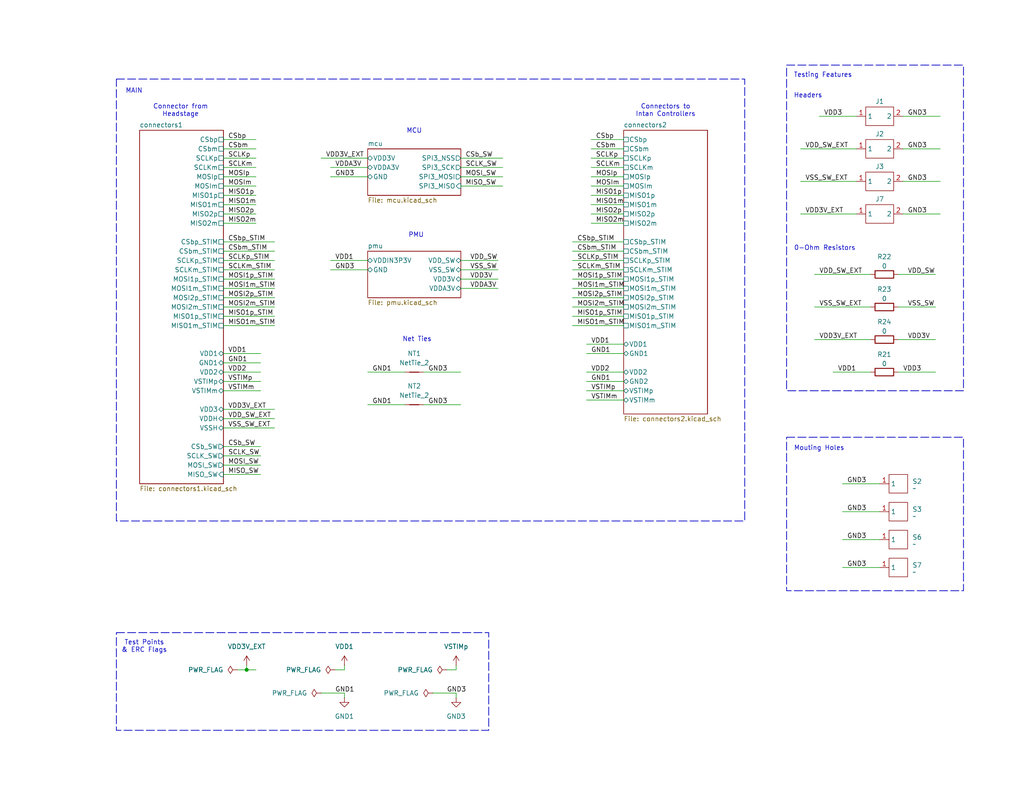
<source format=kicad_sch>
(kicad_sch (version 20231120) (generator "eeschema") (generator_version "8.0")
  (paper "USLetter")
  (title_block (title "HS-128S-Adapter") (date "7/26/2024") (rev "1.0.0") (company "OpenIC"))
  (lib_symbols
    (symbol "Device:NetTie_2" (pin_numbers hide) (pin_names (offset 0) hide) (in_bom no)
      (property "Reference" "NT" (at 0 1.27 0))
      (property "Value" "NetTie_2" (at 0 -1.27 0))
      (symbol "NetTie_2_0_1"
        (polyline (pts (xy -1.27 0) (xy 1.27 0)) (stroke (width 0.254)))
      )
      (symbol "NetTie_2_1_1"
        (pin passive line (at -2.54 0 0) (length 2.54) (name "1") (number "1"))
        (pin passive line (at 2.54 0 180) (length 2.54) (name "2") (number "2"))
      )
    )
    (symbol "Device:R" (pin_numbers hide) (pin_names (offset 0))
      (property "Reference" "R" (at 2.032 0 90))
      (property "Value" "R" (at 0 0 90))
      (symbol "R_0_1"
        (rectangle (start -1.016 -2.54) (end 1.016 2.54) (stroke (width 0.254)))
      )
      (symbol "R_1_1"
        (pin passive line (at 0 3.81 270) (length 1.27) (name "~") (number "1"))
        (pin passive line (at 0 -3.81 90) (length 1.27) (name "~") (number "2"))
      )
    )
    (symbol "openic:Header-Low-Profile-Male-2_2x1_P0.1in"
      (property "Reference" "J" (at -2.54 3.81 0))
      (symbol "Header-Low-Profile-Male-2_2x1_P0.1in_0_1"
        (rectangle (start -3.81 2.54) (end 3.81 -2.54))
      )
      (symbol "Header-Low-Profile-Male-2_2x1_P0.1in_1_1"
        (pin passive line (at -6.35 0 0) (length 2.54) (name "1") (number "1"))
        (pin passive line (at 6.35 0 180) (length 2.54) (name "2") (number "2"))
      )
    )
    (symbol "openic:MOUNTING_HOLE-PAD-0.1IN"
      (property "Reference" "S" (at -1.27 3.81 0))
      (symbol "MOUNTING_HOLE-PAD-0.1IN_0_1"
        (rectangle (start -2.54 2.54) (end 2.54 -2.54))
      )
      (symbol "MOUNTING_HOLE-PAD-0.1IN_1_1"
        (pin passive line (at -5.08 0 0) (length 2.54) (name "1") (number "1"))
      )
    )
    (symbol "power:GND" (power) (pin_numbers hide) (pin_names (offset 0) hide)
      (property "Value" "GND" (at 0 -3.81 0))
      (symbol "GND_0_1"
        (polyline (pts (xy 0 0) (xy 0 -1.27) (xy 1.27 -1.27) (xy 0 -2.54) (xy -1.27 -1.27) (xy 0 -1.27)))
      )
      (symbol "GND_1_1"
        (pin power_in line (at 0 0 270) (length 0) (name "~") (number "1"))
      )
    )
    (symbol "power:PWR_FLAG" (power) (pin_numbers hide) (pin_names (offset 0) hide)
      (property "Value" "PWR_FLAG" (at 0 3.81 0))
      (symbol "PWR_FLAG_0_0"
        (pin power_out line (at 0 0 90) (length 0) (name "~") (number "1"))
      )
      (symbol "PWR_FLAG_0_1"
        (polyline (pts (xy 0 0) (xy 0 1.27) (xy -1.016 1.905) (xy 0 2.54) (xy 1.016 1.905) (xy 0 1.27)))
      )
    )
    (symbol "power:VCC" (power) (pin_numbers hide) (pin_names (offset 0) hide)
      (property "Value" "VCC" (at 0 3.556 0))
      (symbol "VCC_0_1"
        (polyline (pts (xy -0.762 1.27) (xy 0 2.54)))
        (polyline (pts (xy 0 0) (xy 0 2.54)))
        (polyline (pts (xy 0 2.54) (xy 0.762 1.27)))
      )
      (symbol "VCC_1_1"
        (pin power_in line (at 0 0 90) (length 0) (name "~") (number "1"))
      )
    )
  )
  (junction (at 67.31 182.88))
  (wire (pts (xy 161.29 60.96) (xy 170.18 60.96)))
  (wire (pts (xy 160.02 93.98) (xy 170.18 93.98)))
  (wire (pts (xy 60.96 111.76) (xy 74.93 111.76)))
  (wire (pts (xy 222.25 74.93) (xy 237.49 74.93)))
  (wire (pts (xy 245.11 101.6) (xy 255.27 101.6)))
  (wire (pts (xy 60.96 99.06) (xy 71.12 99.06)))
  (wire (pts (xy 60.96 45.72) (xy 69.85 45.72)))
  (wire (pts (xy 222.25 83.82) (xy 237.49 83.82)))
  (wire (pts (xy 60.96 60.96) (xy 69.85 60.96)))
  (wire (pts (xy 87.63 189.23) (xy 93.98 189.23)))
  (wire (pts (xy 60.96 81.28) (xy 74.93 81.28)))
  (wire (pts (xy 60.96 40.64) (xy 69.85 40.64)))
  (wire (pts (xy 229.87 132.08) (xy 240.03 132.08)))
  (wire (pts (xy 60.96 50.8) (xy 69.85 50.8)))
  (wire (pts (xy 60.96 66.04) (xy 74.93 66.04)))
  (wire (pts (xy 161.29 48.26) (xy 170.18 48.26)))
  (wire (pts (xy 246.38 58.42) (xy 256.54 58.42)))
  (wire (pts (xy 60.96 78.74) (xy 74.93 78.74)))
  (wire (pts (xy 67.31 181.61) (xy 67.31 182.88)))
  (wire (pts (xy 93.98 189.23) (xy 93.98 190.5)))
  (wire (pts (xy 60.96 73.66) (xy 74.93 73.66)))
  (wire (pts (xy 246.38 49.53) (xy 256.54 49.53)))
  (wire (pts (xy 124.46 181.61) (xy 124.46 182.88)))
  (wire (pts (xy 227.33 101.6) (xy 237.49 101.6)))
  (wire (pts (xy 156.21 78.74) (xy 170.18 78.74)))
  (wire (pts (xy 223.52 31.75) (xy 233.68 31.75)))
  (wire (pts (xy 90.17 48.26) (xy 100.33 48.26)))
  (wire (pts (xy 160.02 96.52) (xy 170.18 96.52)))
  (wire (pts (xy 245.11 83.82) (xy 255.27 83.82)))
  (wire (pts (xy 125.73 78.74) (xy 135.89 78.74)))
  (wire (pts (xy 160.02 106.68) (xy 170.18 106.68)))
  (wire (pts (xy 60.96 106.68) (xy 71.12 106.68)))
  (wire (pts (xy 60.96 129.54) (xy 71.12 129.54)))
  (wire (pts (xy 60.96 101.6) (xy 71.12 101.6)))
  (wire (pts (xy 125.73 50.8) (xy 137.16 50.8)))
  (wire (pts (xy 60.96 88.9) (xy 74.93 88.9)))
  (wire (pts (xy 156.21 73.66) (xy 170.18 73.66)))
  (wire (pts (xy 218.44 49.53) (xy 233.68 49.53)))
  (wire (pts (xy 160.02 101.6) (xy 170.18 101.6)))
  (wire (pts (xy 87.63 43.18) (xy 100.33 43.18)))
  (wire (pts (xy 161.29 58.42) (xy 170.18 58.42)))
  (wire (pts (xy 156.21 83.82) (xy 170.18 83.82)))
  (wire (pts (xy 161.29 55.88) (xy 170.18 55.88)))
  (wire (pts (xy 246.38 31.75) (xy 256.54 31.75)))
  (wire (pts (xy 245.11 74.93) (xy 255.27 74.93)))
  (wire (pts (xy 125.73 43.18) (xy 137.16 43.18)))
  (wire (pts (xy 60.96 83.82) (xy 74.93 83.82)))
  (wire (pts (xy 222.25 92.71) (xy 237.49 92.71)))
  (wire (pts (xy 156.21 76.2) (xy 170.18 76.2)))
  (wire (pts (xy 100.33 101.6) (xy 110.49 101.6)))
  (wire (pts (xy 161.29 53.34) (xy 170.18 53.34)))
  (wire (pts (xy 60.96 48.26) (xy 69.85 48.26)))
  (wire (pts (xy 156.21 68.58) (xy 170.18 68.58)))
  (wire (pts (xy 218.44 58.42) (xy 233.68 58.42)))
  (wire (pts (xy 91.44 182.88) (xy 93.98 182.88)))
  (wire (pts (xy 125.73 48.26) (xy 137.16 48.26)))
  (wire (pts (xy 229.87 139.7) (xy 240.03 139.7)))
  (wire (pts (xy 60.96 86.36) (xy 74.93 86.36)))
  (wire (pts (xy 125.73 45.72) (xy 137.16 45.72)))
  (wire (pts (xy 100.33 110.49) (xy 110.49 110.49)))
  (wire (pts (xy 156.21 86.36) (xy 170.18 86.36)))
  (wire (pts (xy 90.17 73.66) (xy 100.33 73.66)))
  (wire (pts (xy 160.02 104.14) (xy 170.18 104.14)))
  (wire (pts (xy 60.96 104.14) (xy 71.12 104.14)))
  (wire (pts (xy 161.29 45.72) (xy 170.18 45.72)))
  (wire (pts (xy 125.73 76.2) (xy 135.89 76.2)))
  (wire (pts (xy 60.96 55.88) (xy 69.85 55.88)))
  (wire (pts (xy 60.96 121.92) (xy 71.12 121.92)))
  (wire (pts (xy 60.96 68.58) (xy 74.93 68.58)))
  (wire (pts (xy 67.31 182.88) (xy 69.85 182.88)))
  (wire (pts (xy 60.96 58.42) (xy 69.85 58.42)))
  (wire (pts (xy 115.57 101.6) (xy 125.73 101.6)))
  (wire (pts (xy 229.87 147.32) (xy 240.03 147.32)))
  (wire (pts (xy 60.96 116.84) (xy 74.93 116.84)))
  (wire (pts (xy 161.29 43.18) (xy 170.18 43.18)))
  (wire (pts (xy 156.21 71.12) (xy 170.18 71.12)))
  (wire (pts (xy 229.87 154.94) (xy 240.03 154.94)))
  (wire (pts (xy 60.96 43.18) (xy 69.85 43.18)))
  (wire (pts (xy 60.96 96.52) (xy 71.12 96.52)))
  (wire (pts (xy 161.29 50.8) (xy 170.18 50.8)))
  (wire (pts (xy 125.73 73.66) (xy 135.89 73.66)))
  (wire (pts (xy 60.96 127) (xy 71.12 127)))
  (wire (pts (xy 90.17 45.72) (xy 100.33 45.72)))
  (wire (pts (xy 118.11 189.23) (xy 124.46 189.23)))
  (wire (pts (xy 125.73 71.12) (xy 135.89 71.12)))
  (wire (pts (xy 90.17 71.12) (xy 100.33 71.12)))
  (wire (pts (xy 60.96 76.2) (xy 74.93 76.2)))
  (wire (pts (xy 64.77 182.88) (xy 67.31 182.88)))
  (wire (pts (xy 156.21 88.9) (xy 170.18 88.9)))
  (wire (pts (xy 121.92 182.88) (xy 124.46 182.88)))
  (wire (pts (xy 161.29 38.1) (xy 170.18 38.1)))
  (wire (pts (xy 60.96 124.46) (xy 71.12 124.46)))
  (wire (pts (xy 245.11 92.71) (xy 255.27 92.71)))
  (wire (pts (xy 60.96 38.1) (xy 69.85 38.1)))
  (wire (pts (xy 156.21 66.04) (xy 170.18 66.04)))
  (wire (pts (xy 161.29 40.64) (xy 170.18 40.64)))
  (wire (pts (xy 60.96 71.12) (xy 74.93 71.12)))
  (wire (pts (xy 246.38 40.64) (xy 256.54 40.64)))
  (wire (pts (xy 60.96 53.34) (xy 69.85 53.34)))
  (wire (pts (xy 160.02 109.22) (xy 170.18 109.22)))
  (wire (pts (xy 156.21 81.28) (xy 170.18 81.28)))
  (wire (pts (xy 93.98 181.61) (xy 93.98 182.88)))
  (wire (pts (xy 115.57 110.49) (xy 125.73 110.49)))
  (wire (pts (xy 60.96 114.3) (xy 74.93 114.3)))
  (wire (pts (xy 218.44 40.64) (xy 233.68 40.64)))
  (wire (pts (xy 124.46 189.23) (xy 124.46 190.5)))
  (rectangle (start 31.75 172.72) (end 133.35 199.39) (stroke (width 0.2032) (type dash)))
  (rectangle (start 214.63 17.78) (end 262.89 106.68) (stroke (width 0.2032) (type dash)))
  (rectangle (start 31.75 21.59) (end 203.2 142.24) (stroke (width 0.2032) (type dash)))
  (rectangle (start 214.63 119.38) (end 262.89 161.29) (stroke (width 0.2032) (type dash)))
  (text "Net Ties" (at 113.792 92.71 0) (effects (font (size 1.27 1.27))))
  (text "MAIN" (at 36.576 24.892 0) (effects (font (size 1.27 1.27))))
  (text "Connector from\nHeadstage" (at 49.276 30.226 0) (effects (font (size 1.27 1.27))))
  (text "Test Points\n& ERC Flags" (at 39.37 176.53 0) (effects (font (size 1.27 1.27))))
  (text "Mouting Holes" (at 223.52 122.428 0) (effects (font (size 1.27 1.27))))
  (text "Headers" (at 220.472 26.162 0) (effects (font (size 1.27 1.27))))
  (text "MCU" (at 113.03 35.814 0) (effects (font (size 1.27 1.27))))
  (text "PMU" (at 113.538 64.262 0) (effects (font (size 1.27 1.27))))
  (text "0-Ohm Resistors" (at 225.044 67.818 0) (effects (font (size 1.27 1.27))))
  (text "Connectors to\nIntan Controllers" (at 181.61 30.226 0) (effects (font (size 1.27 1.27))))
  (text "Testing Features" (at 224.536 20.574 0) (effects (font (size 1.27 1.27))))
  (label "SCLKp" (at 62.23 43.18 0))
  (label "MOSIp" (at 62.23 48.26 0))
  (label "CSbp_STIM" (at 157.48 66.04 0))
  (label "VDD2" (at 161.29 101.6 0))
  (label "MOSI1m_STIM" (at 157.48 78.74 0))
  (label "GND3" (at 91.44 48.26 0))
  (label "MISO2p" (at 162.56 58.42 0))
  (label "CSbm" (at 162.56 40.64 0))
  (label "MOSI1p_STIM" (at 62.23 76.2 0))
  (label "VDD_SW_EXT" (at 223.52 74.93 0))
  (label "GND3" (at 247.65 49.53 0))
  (label "MISO_SW" (at 62.23 129.54 0))
  (label "SCLK_SW" (at 62.23 124.46 0))
  (label "SCLKm" (at 162.56 45.72 0))
  (label "VSS_SW" (at 128.27 73.66 0))
  (label "VDD3V" (at 247.65 92.71 0))
  (label "GND3" (at 247.65 40.64 0))
  (label "MISO2m" (at 162.56 60.96 0))
  (label "VSS_SW_EXT" (at 219.71 49.53 0))
  (label "MOSI_SW" (at 127 48.26 0))
  (label "SCLKm_STIM" (at 62.23 73.66 0))
  (label "VDD3" (at 224.79 31.75 0))
  (label "SCLKp" (at 162.56 43.18 0))
  (label "MOSI1p_STIM" (at 157.48 76.2 0))
  (label "GND1" (at 101.6 101.6 0))
  (label "MOSI1m_STIM" (at 62.23 78.74 0))
  (label "VSTIMm" (at 62.23 106.68 0))
  (label "CSbm" (at 62.23 40.64 0))
  (label "GND3" (at 247.65 58.42 0))
  (label "VDD1" (at 91.44 71.12 0))
  (label "MISO1p" (at 162.56 53.34 0))
  (label "GND3" (at 231.14 147.32 0))
  (label "SCLKp_STIM" (at 157.48 71.12 0))
  (label "VDD3V" (at 128.27 76.2 0))
  (label "VDD_SW_EXT" (at 62.23 114.3 0))
  (label "VSS_SW_EXT" (at 62.23 116.84 0))
  (label "MISO1m" (at 162.56 55.88 0))
  (label "VDD_SW" (at 128.27 71.12 0))
  (label "GND1" (at 62.23 99.06 0))
  (label "MOSI_SW" (at 62.23 127 0))
  (label "GND1" (at 161.29 96.52 0))
  (label "MISO1m_STIM" (at 157.48 88.9 0))
  (label "MISO2m" (at 62.23 60.96 0))
  (label "VDDA3V" (at 128.27 78.74 0))
  (label "MISO1m_STIM" (at 62.23 88.9 0))
  (label "CSbm_STIM" (at 157.48 68.58 0))
  (label "VSTIMp" (at 161.29 106.68 0))
  (label "GND3" (at 121.92 189.23 0))
  (label "GND3" (at 116.84 110.49 0))
  (label "MOSI2p_STIM" (at 157.48 81.28 0))
  (label "MOSIp" (at 162.56 48.26 0))
  (label "VSS_SW" (at 247.65 83.82 0))
  (label "VDD_SW_EXT" (at 219.71 40.64 0))
  (label "MISO1p" (at 62.23 53.34 0))
  (label "VDD3V_EXT" (at 223.52 92.71 0))
  (label "SCLK_SW" (at 127 45.72 0))
  (label "VDD_SW" (at 247.65 74.93 0))
  (label "VDD3V_EXT" (at 219.71 58.42 0))
  (label "CSb_SW" (at 62.23 121.92 0))
  (label "VDD1" (at 228.6 101.6 0))
  (label "CSbp" (at 162.56 38.1 0))
  (label "GND1" (at 101.6 110.49 0))
  (label "VSTIMm" (at 161.29 109.22 0))
  (label "MISO1p_STIM" (at 62.23 86.36 0))
  (label "MOSI2m_STIM" (at 157.48 83.82 0))
  (label "GND3" (at 231.14 139.7 0))
  (label "VDD3V_EXT" (at 88.9 43.18 0))
  (label "MISO1p_STIM" (at 157.48 86.36 0))
  (label "MOSI2m_STIM" (at 62.23 83.82 0))
  (label "VDD3" (at 246.38 101.6 0))
  (label "GND3" (at 231.14 154.94 0))
  (label "CSbp" (at 62.23 38.1 0))
  (label "SCLKp_STIM" (at 62.23 71.12 0))
  (label "SCLKm" (at 62.23 45.72 0))
  (label "CSbp_STIM" (at 62.23 66.04 0))
  (label "MISO1m" (at 62.23 55.88 0))
  (label "VDDA3V" (at 91.44 45.72 0))
  (label "GND3" (at 116.84 101.6 0))
  (label "GND3" (at 91.44 73.66 0))
  (label "VSS_SW_EXT" (at 223.52 83.82 0))
  (label "MOSIm" (at 62.23 50.8 0))
  (label "GND1" (at 161.29 104.14 0))
  (label "CSbm_STIM" (at 62.23 68.58 0))
  (label "MISO2p" (at 62.23 58.42 0))
  (label "CSb_SW" (at 127 43.18 0))
  (label "VDD2" (at 62.23 101.6 0))
  (label "MISO_SW" (at 127 50.8 0))
  (label "GND3" (at 231.14 132.08 0))
  (label "MOSIm" (at 162.56 50.8 0))
  (label "GND3" (at 247.65 31.75 0))
  (label "VDD1" (at 161.29 93.98 0))
  (label "VSTIMp" (at 62.23 104.14 0))
  (label "MOSI2p_STIM" (at 62.23 81.28 0))
  (label "GND1" (at 91.44 189.23 0))
  (label "VDD1" (at 62.23 96.52 0))
  (label "VDD3V_EXT" (at 62.23 111.76 0))
  (label "SCLKm_STIM" (at 157.48 73.66 0))
  (symbol (lib_id "power:GND") (at 93.98 190.5 0) (unit 1)
    (property "Reference" "#PWR04" (effects (hide yes)))
    (property "Value" "GND1" (at 93.98 195.58 0))
    (property "Description" "Power symbol creates a global label with name \"GND\" , ground" (effects (hide yes)))
  )
  (symbol (lib_id "openic:MOUNTING_HOLE-PAD-0.1IN") (at 245.11 132.08 0) (unit 1)
    (property "Reference" "S2" (at 248.92 131.4449 0) (effects (justify left)))
    (property "Value" "~" (at 248.92 133.35 0) (effects (justify left)))
    (property "Footprint" "openic:MOUNTING_HOLE-PAD-0.1IN" (effects (hide yes)))
    (property "Description" "MOUNTING_HOLE-PAD-0.1IN" (effects (hide yes)))
    (property "MPN" "None" (effects (hide yes)))
    (property "Manufacturer" "None" (effects (hide yes)))
  )
  (symbol (lib_id "openic:Header-Low-Profile-Male-2_2x1_P0.1in") (at 240.03 40.64 0) (unit 1)
    (property "Reference" "J2" (at 240.03 36.576 0))
    (property "Footprint" "openic:TLW-102-06-G-S" (effects (hide yes)))
    (property "Description" "Header-Low-Profile-Male-2_2x1_P0.1in" (effects (hide yes)))
    (property "MPN" "TLW-102-06-G-S" (effects (hide yes)))
    (property "Manufacturer" "Samtec" (effects (hide yes)))
  )
  (symbol (lib_id "power:VCC") (at 67.31 181.61 0) (unit 1)
    (property "Reference" "#PWR01" (effects (hide yes)))
    (property "Value" "VDD3V_EXT" (at 67.31 176.53 0))
    (property "Description" "Power symbol creates a global label with name \"VCC\"" (effects (hide yes)))
  )
  (symbol (lib_id "Device:R") (at 241.3 74.93 90) (unit 1)
    (property "Reference" "R22" (at 241.3 70.104 90))
    (property "Value" "0" (at 241.3 72.644 90))
    (property "Footprint" "Resistor_SMD:R_0402_1005Metric" (effects (hide yes)))
    (property "Description" "Resistor" (effects (hide yes)))
    (property "MPN" "RC0402JR-070RL" (effects (hide yes)))
    (property "Manufacturer" "Yageo" (effects (hide yes)))
  )
  (symbol (lib_id "openic:MOUNTING_HOLE-PAD-0.1IN") (at 245.11 147.32 0) (unit 1)
    (property "Reference" "S6" (at 248.92 146.6849 0) (effects (justify left)))
    (property "Value" "~" (at 248.92 148.59 0) (effects (justify left)))
    (property "Footprint" "openic:MOUNTING_HOLE-PAD-0.1IN" (effects (hide yes)))
    (property "Description" "MOUNTING_HOLE-PAD-0.1IN" (effects (hide yes)))
    (property "MPN" "None" (effects (hide yes)))
    (property "Manufacturer" "None" (effects (hide yes)))
  )
  (symbol (lib_id "Device:R") (at 241.3 83.82 90) (unit 1)
    (property "Reference" "R23" (at 241.3 78.994 90))
    (property "Value" "0" (at 241.3 81.534 90))
    (property "Footprint" "Resistor_SMD:R_0402_1005Metric" (effects (hide yes)))
    (property "Description" "Resistor" (effects (hide yes)))
    (property "MPN" "RC0402JR-070RL" (effects (hide yes)))
    (property "Manufacturer" "Yageo" (effects (hide yes)))
  )
  (symbol (lib_id "openic:Header-Low-Profile-Male-2_2x1_P0.1in") (at 240.03 49.53 0) (unit 1)
    (property "Reference" "J3" (at 240.03 45.466 0))
    (property "Footprint" "openic:TLW-102-06-G-S" (effects (hide yes)))
    (property "Description" "Header-Low-Profile-Male-2_2x1_P0.1in" (effects (hide yes)))
    (property "MPN" "TLW-102-06-G-S" (effects (hide yes)))
    (property "Manufacturer" "Samtec" (effects (hide yes)))
  )
  (symbol (lib_id "power:PWR_FLAG") (at 87.63 189.23 90) (unit 1)
    (property "Reference" "#FLG03" (effects (hide yes)))
    (property "Value" "PWR_FLAG" (at 83.82 189.2299 90) (effects (justify left)))
    (property "Description" "Special symbol for telling ERC where power comes from" (effects (hide yes)))
  )
  (symbol (lib_id "power:PWR_FLAG") (at 118.11 189.23 90) (unit 1)
    (property "Reference" "#FLG08" (effects (hide yes)))
    (property "Value" "PWR_FLAG" (at 114.3 189.2299 90) (effects (justify left)))
    (property "Description" "Special symbol for telling ERC where power comes from" (effects (hide yes)))
  )
  (symbol (lib_id "openic:MOUNTING_HOLE-PAD-0.1IN") (at 245.11 154.94 0) (unit 1)
    (property "Reference" "S7" (at 248.92 154.3049 0) (effects (justify left)))
    (property "Value" "~" (at 248.92 156.21 0) (effects (justify left)))
    (property "Footprint" "openic:MOUNTING_HOLE-PAD-0.1IN" (effects (hide yes)))
    (property "Description" "MOUNTING_HOLE-PAD-0.1IN" (effects (hide yes)))
    (property "MPN" "None" (effects (hide yes)))
    (property "Manufacturer" "None" (effects (hide yes)))
  )
  (symbol (lib_id "openic:Header-Low-Profile-Male-2_2x1_P0.1in") (at 240.03 31.75 0) (unit 1)
    (property "Reference" "J1" (at 240.03 27.686 0))
    (property "Footprint" "openic:TLW-102-06-G-S" (effects (hide yes)))
    (property "Description" "Header-Low-Profile-Male-2_2x1_P0.1in" (effects (hide yes)))
    (property "MPN" "TLW-102-06-G-S" (effects (hide yes)))
    (property "Manufacturer" "Samtec" (effects (hide yes)))
  )
  (symbol (lib_id "openic:Header-Low-Profile-Male-2_2x1_P0.1in") (at 240.03 58.42 0) (unit 1)
    (property "Reference" "J7" (at 240.03 54.356 0))
    (property "Footprint" "openic:TLW-102-06-G-S" (effects (hide yes)))
    (property "Description" "Header-Low-Profile-Male-2_2x1_P0.1in" (effects (hide yes)))
    (property "MPN" "TLW-102-06-G-S" (effects (hide yes)))
    (property "Manufacturer" "Samtec" (effects (hide yes)))
  )
  (symbol (lib_id "power:VCC") (at 124.46 181.61 0) (unit 1)
    (property "Reference" "#PWR07" (effects (hide yes)))
    (property "Value" "VSTIMp" (at 124.46 176.53 0))
    (property "Description" "Power symbol creates a global label with name \"VCC\"" (effects (hide yes)))
  )
  (symbol (lib_id "power:GND") (at 124.46 190.5 0) (unit 1)
    (property "Reference" "#PWR08" (effects (hide yes)))
    (property "Value" "GND3" (at 124.46 195.58 0))
    (property "Description" "Power symbol creates a global label with name \"GND\" , ground" (effects (hide yes)))
  )
  (symbol (lib_id "openic:MOUNTING_HOLE-PAD-0.1IN") (at 245.11 139.7 0) (unit 1)
    (property "Reference" "S3" (at 248.92 139.0649 0) (effects (justify left)))
    (property "Value" "~" (at 248.92 140.97 0) (effects (justify left)))
    (property "Footprint" "openic:MOUNTING_HOLE-PAD-0.1IN" (effects (hide yes)))
    (property "Description" "MOUNTING_HOLE-PAD-0.1IN" (effects (hide yes)))
    (property "MPN" "None" (effects (hide yes)))
    (property "Manufacturer" "None" (effects (hide yes)))
  )
  (symbol (lib_id "power:PWR_FLAG") (at 121.92 182.88 90) (unit 1)
    (property "Reference" "#FLG07" (effects (hide yes)))
    (property "Value" "PWR_FLAG" (at 118.11 182.8799 90) (effects (justify left)))
    (property "Description" "Special symbol for telling ERC where power comes from" (effects (hide yes)))
  )
  (symbol (lib_id "Device:R") (at 241.3 92.71 90) (unit 1)
    (property "Reference" "R24" (at 241.3 87.884 90))
    (property "Value" "0" (at 241.3 90.424 90))
    (property "Footprint" "Resistor_SMD:R_0402_1005Metric" (effects (hide yes)))
    (property "Description" "Resistor" (effects (hide yes)))
    (property "MPN" "RC0402JR-070RL" (effects (hide yes)))
    (property "Manufacturer" "Yageo" (effects (hide yes)))
  )
  (symbol (lib_id "power:PWR_FLAG") (at 91.44 182.88 90) (unit 1)
    (property "Reference" "#FLG04" (effects (hide yes)))
    (property "Value" "PWR_FLAG" (at 87.63 182.8799 90) (effects (justify left)))
    (property "Description" "Special symbol for telling ERC where power comes from" (effects (hide yes)))
  )
  (symbol (lib_id "Device:NetTie_2") (at 113.03 110.49 0) (unit 1) (in_bom no)
    (property "Reference" "NT2" (at 113.03 105.41 0))
    (property "Value" "NetTie_2" (at 113.03 107.95 0))
    (property "Footprint" "NetTie:NetTie-2_SMD_Pad0.5mm" (effects (hide yes)))
    (property "Description" "Net tie, 2 pins" (effects (hide yes)))
    (property "MPN" "None" (effects (hide yes)))
    (property "Manufacturer" "None" (effects (hide yes)))
  )
  (symbol (lib_id "power:VCC") (at 93.98 181.61 0) (unit 1)
    (property "Reference" "#PWR03" (effects (hide yes)))
    (property "Value" "VDD1" (at 93.98 176.53 0))
    (property "Description" "Power symbol creates a global label with name \"VCC\"" (effects (hide yes)))
  )
  (symbol (lib_id "Device:R") (at 241.3 101.6 90) (unit 1)
    (property "Reference" "R21" (at 241.3 96.774 90))
    (property "Value" "0" (at 241.3 99.314 90))
    (property "Footprint" "Resistor_SMD:R_0402_1005Metric" (effects (hide yes)))
    (property "Description" "Resistor" (effects (hide yes)))
    (property "MPN" "RC0402JR-070RL" (effects (hide yes)))
    (property "Manufacturer" "Yageo" (effects (hide yes)))
  )
  (symbol (lib_id "power:PWR_FLAG") (at 64.77 182.88 90) (unit 1)
    (property "Reference" "#FLG01" (effects (hide yes)))
    (property "Value" "PWR_FLAG" (at 60.96 182.8799 90) (effects (justify left)))
    (property "Description" "Special symbol for telling ERC where power comes from" (effects (hide yes)))
  )
  (symbol (lib_id "Device:NetTie_2") (at 113.03 101.6 0) (unit 1) (in_bom no)
    (property "Reference" "NT1" (at 113.03 96.52 0))
    (property "Value" "NetTie_2" (at 113.03 99.06 0))
    (property "Footprint" "NetTie:NetTie-2_SMD_Pad0.5mm" (effects (hide yes)))
    (property "Description" "Net tie, 2 pins" (effects (hide yes)))
    (property "MPN" "None" (effects (hide yes)))
    (property "Manufacturer" "None" (effects (hide yes)))
  )
  (sheet (at 38.1 35.56) (size 22.86 96.52) (stroke (width 0.1524))
    (property "Sheetname" "connectors1" (at 38.1 34.8484 0) (effects (justify left bottom)))
    (property "Sheetfile" "connectors1.kicad_sch" (at 38.1 132.6646 0) (effects (justify left top)))
    (pin "VDD1" bidirectional (at 60.96 96.52 0))
    (pin "GND1" bidirectional (at 60.96 99.06 0))
    (pin "VDD2" bidirectional (at 60.96 101.6 0))
    (pin "VDD3" bidirectional (at 60.96 111.76 0))
    (pin "VDDH" bidirectional (at 60.96 114.3 0))
    (pin "VSSH" bidirectional (at 60.96 116.84 0))
    (pin "VSTIMp" bidirectional (at 60.96 104.14 0))
    (pin "VSTIMm" bidirectional (at 60.96 106.68 0))
    (pin "MOSI_SW" output (at 60.96 127 0))
    (pin "SCLK_SW" output (at 60.96 124.46 0))
    (pin "CSb_SW" output (at 60.96 121.92 0))
    (pin "MISO_SW" input (at 60.96 129.54 0))
    (pin "MISO2p" passive (at 60.96 58.42 0))
    (pin "MISO1m" passive (at 60.96 55.88 0))
    (pin "MOSIm" passive (at 60.96 50.8 0))
    (pin "MISO2m" passive (at 60.96 60.96 0))
    (pin "MISO1p" passive (at 60.96 53.34 0))
    (pin "SCLKp" passive (at 60.96 43.18 0))
    (pin "CSbp" passive (at 60.96 38.1 0))
    (pin "CSbm" passive (at 60.96 40.64 0))
    (pin "MOSIp" passive (at 60.96 48.26 0))
    (pin "SCLKm" passive (at 60.96 45.72 0))
    (pin "MOSI1m_STIM" passive (at 60.96 78.74 0))
    (pin "MISO1p_STIM" passive (at 60.96 86.36 0))
    (pin "MISO1m_STIM" passive (at 60.96 88.9 0))
    (pin "MOSI2p_STIM" passive (at 60.96 81.28 0))
    (pin "MOSI2m_STIM" passive (at 60.96 83.82 0))
    (pin "CSbm_STIM" passive (at 60.96 68.58 0))
    (pin "SCLKp_STIM" passive (at 60.96 71.12 0))
    (pin "SCLKm_STIM" passive (at 60.96 73.66 0))
    (pin "MOSI1p_STIM" passive (at 60.96 76.2 0))
    (pin "CSbp_STIM" passive (at 60.96 66.04 0))
  )
  (sheet (at 100.33 40.64) (size 25.4 12.7) (stroke (width 0.1524))
    (property "Sheetname" "mcu" (at 100.33 39.9284 0) (effects (justify left bottom)))
    (property "Sheetfile" "mcu.kicad_sch" (at 100.33 53.9246 0) (effects (justify left top)))
    (pin "GND" bidirectional (at 100.33 48.26 180))
    (pin "VDDA3V" bidirectional (at 100.33 45.72 180))
    (pin "VDD3V" bidirectional (at 100.33 43.18 180))
    (pin "SPI3_MOSI" output (at 125.73 48.26 0))
    (pin "SPI3_NSS" output (at 125.73 43.18 0))
    (pin "SPI3_SCK" output (at 125.73 45.72 0))
    (pin "SPI3_MISO" input (at 125.73 50.8 0))
  )
  (sheet (at 170.18 35.56) (size 22.86 77.47) (stroke (width 0.1524))
    (property "Sheetname" "connectors2" (at 170.18 34.8484 0) (effects (justify left bottom)))
    (property "Sheetfile" "connectors2.kicad_sch" (at 170.18 113.6146 0) (effects (justify left top)))
    (pin "MISO1p" passive (at 170.18 53.34 180))
    (pin "MOSIm" passive (at 170.18 50.8 180))
    (pin "MISO1m" passive (at 170.18 55.88 180))
    (pin "MISO2p" passive (at 170.18 58.42 180))
    (pin "MISO2m" passive (at 170.18 60.96 180))
    (pin "SCLKm" passive (at 170.18 45.72 180))
    (pin "SCLKp" passive (at 170.18 43.18 180))
    (pin "MOSIp" passive (at 170.18 48.26 180))
    (pin "CSbm" passive (at 170.18 40.64 180))
    (pin "CSbp" passive (at 170.18 38.1 180))
    (pin "SCLKp_STIM" passive (at 170.18 71.12 180))
    (pin "CSbm_STIM" passive (at 170.18 68.58 180))
    (pin "CSbp_STIM" passive (at 170.18 66.04 180))
    (pin "SCLKm_STIM" passive (at 170.18 73.66 180))
    (pin "MOSI1p_STIM" passive (at 170.18 76.2 180))
    (pin "MOSI1m_STIM" passive (at 170.18 78.74 180))
    (pin "MISO1p_STIM" passive (at 170.18 86.36 180))
    (pin "MISO1m_STIM" passive (at 170.18 88.9 180))
    (pin "VDD1" bidirectional (at 170.18 93.98 180))
    (pin "GND1" bidirectional (at 170.18 96.52 180))
    (pin "VDD2" bidirectional (at 170.18 101.6 180))
    (pin "GND2" bidirectional (at 170.18 104.14 180))
    (pin "VSTIMp" bidirectional (at 170.18 106.68 180))
    (pin "VSTIMm" bidirectional (at 170.18 109.22 180))
    (pin "MOSI2m_STIM" passive (at 170.18 83.82 180))
    (pin "MOSI2p_STIM" passive (at 170.18 81.28 180))
  )
  (sheet (at 100.33 68.58) (size 25.4 12.7) (stroke (width 0.1524))
    (property "Sheetname" "pmu" (at 100.33 67.8684 0) (effects (justify left bottom)))
    (property "Sheetfile" "pmu.kicad_sch" (at 100.33 81.8646 0) (effects (justify left top)))
    (pin "VDD_SW" bidirectional (at 125.73 71.12 0))
    (pin "VDD3V" bidirectional (at 125.73 76.2 0))
    (pin "VDDA3V" bidirectional (at 125.73 78.74 0))
    (pin "VDDIN3P3V" bidirectional (at 100.33 71.12 180))
    (pin "GND" bidirectional (at 100.33 73.66 180))
    (pin "VSS_SW" bidirectional (at 125.73 73.66 0))
  )
)
</source>
